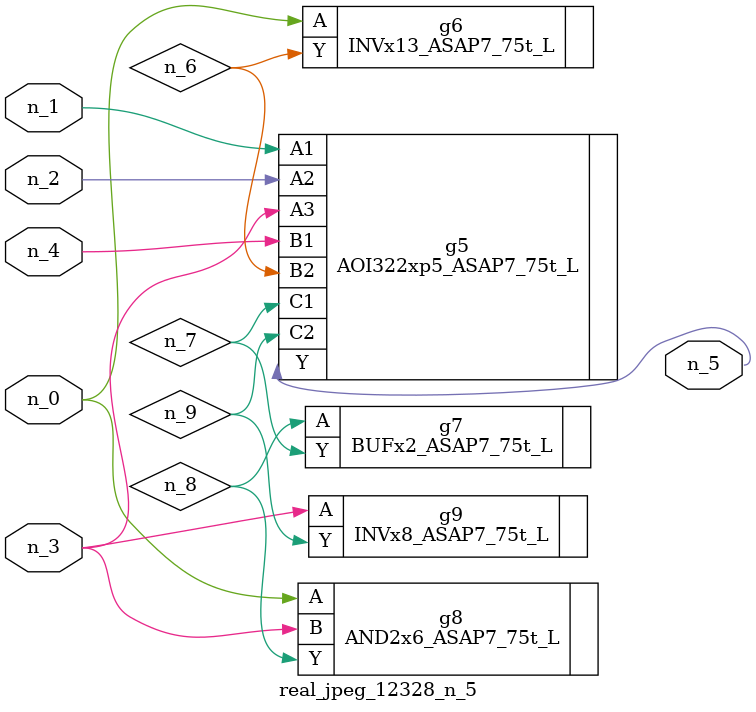
<source format=v>
module real_jpeg_12328_n_5 (n_4, n_0, n_1, n_2, n_3, n_5);

input n_4;
input n_0;
input n_1;
input n_2;
input n_3;

output n_5;

wire n_8;
wire n_6;
wire n_7;
wire n_9;

INVx13_ASAP7_75t_L g6 ( 
.A(n_0),
.Y(n_6)
);

AND2x6_ASAP7_75t_L g8 ( 
.A(n_0),
.B(n_3),
.Y(n_8)
);

AOI322xp5_ASAP7_75t_L g5 ( 
.A1(n_1),
.A2(n_2),
.A3(n_3),
.B1(n_4),
.B2(n_6),
.C1(n_7),
.C2(n_9),
.Y(n_5)
);

INVx8_ASAP7_75t_L g9 ( 
.A(n_3),
.Y(n_9)
);

BUFx2_ASAP7_75t_L g7 ( 
.A(n_8),
.Y(n_7)
);


endmodule
</source>
